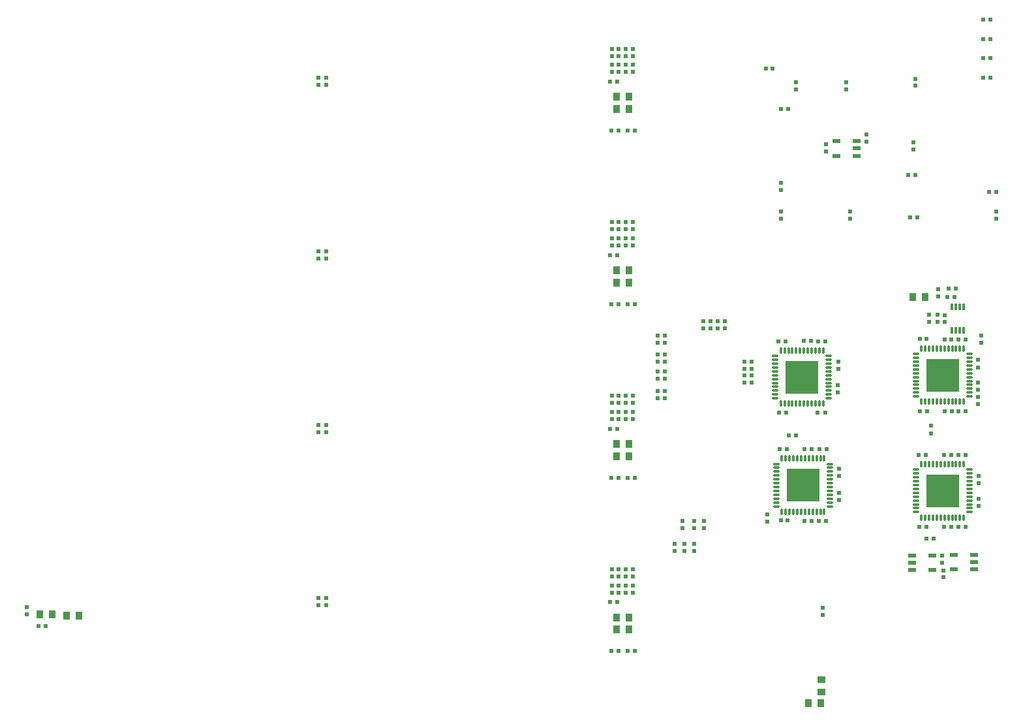
<source format=gbp>
G04 Layer_Color=128*
%FSLAX25Y25*%
%MOIN*%
G70*
G01*
G75*
%ADD11R,0.03543X0.03937*%
%ADD14R,0.02441X0.02284*%
%ADD15R,0.02441X0.02441*%
%ADD19R,0.02284X0.02441*%
%ADD20R,0.03937X0.03543*%
%ADD25R,0.02441X0.02441*%
%ADD27R,0.03740X0.03937*%
%ADD83R,0.01181X0.03347*%
%ADD123O,0.01181X0.03543*%
%ADD124O,0.03543X0.01181*%
%ADD125R,0.16535X0.16535*%
%ADD126R,0.04331X0.02362*%
D11*
X131102Y68898D02*
D03*
X124803D02*
D03*
X503740Y24213D02*
D03*
X510039D02*
D03*
X117323Y69291D02*
D03*
X111024D02*
D03*
D14*
X406791Y80551D02*
D03*
Y84252D02*
D03*
X403248Y80551D02*
D03*
Y84252D02*
D03*
X413878Y80551D02*
D03*
Y84252D02*
D03*
X410335Y80551D02*
D03*
Y84252D02*
D03*
X406791Y88819D02*
D03*
Y92520D02*
D03*
X403248Y88819D02*
D03*
Y92520D02*
D03*
X413878Y88819D02*
D03*
Y92520D02*
D03*
X410335Y88819D02*
D03*
Y92520D02*
D03*
X406791Y169134D02*
D03*
Y172835D02*
D03*
X403248Y169134D02*
D03*
Y172835D02*
D03*
X413878Y169134D02*
D03*
Y172835D02*
D03*
X410335Y169134D02*
D03*
Y172835D02*
D03*
X406791Y177402D02*
D03*
Y181102D02*
D03*
X403248Y177402D02*
D03*
Y181102D02*
D03*
X413878Y177402D02*
D03*
Y181102D02*
D03*
X410335Y177402D02*
D03*
Y181102D02*
D03*
X406791Y346299D02*
D03*
Y350000D02*
D03*
X403248Y346299D02*
D03*
Y350000D02*
D03*
X413878Y346299D02*
D03*
Y350000D02*
D03*
X410335Y346299D02*
D03*
Y350000D02*
D03*
X406791Y354567D02*
D03*
Y358268D02*
D03*
X403248Y354567D02*
D03*
Y358268D02*
D03*
X413878Y354567D02*
D03*
Y358268D02*
D03*
X410335Y354567D02*
D03*
Y358268D02*
D03*
X406791Y265984D02*
D03*
Y269685D02*
D03*
Y257716D02*
D03*
Y261417D02*
D03*
X410335Y265984D02*
D03*
Y269685D02*
D03*
X413878Y265984D02*
D03*
Y269685D02*
D03*
X403248Y265984D02*
D03*
Y269685D02*
D03*
X410335Y257716D02*
D03*
Y261417D02*
D03*
X413878Y257716D02*
D03*
Y261417D02*
D03*
X403248Y257716D02*
D03*
Y261417D02*
D03*
X569882Y231713D02*
D03*
Y235413D02*
D03*
X482677Y120551D02*
D03*
Y116850D02*
D03*
X566240Y161929D02*
D03*
Y165630D02*
D03*
X565354Y222323D02*
D03*
Y218622D02*
D03*
X569685D02*
D03*
Y222323D02*
D03*
X457480Y219173D02*
D03*
Y215472D02*
D03*
X450000Y219173D02*
D03*
Y215472D02*
D03*
X461024Y219173D02*
D03*
Y215472D02*
D03*
X453543Y219173D02*
D03*
Y215472D02*
D03*
X519193Y131378D02*
D03*
Y127677D02*
D03*
Y143780D02*
D03*
Y140079D02*
D03*
X518701Y186398D02*
D03*
Y182697D02*
D03*
X518943Y198499D02*
D03*
Y194798D02*
D03*
X599803Y275079D02*
D03*
Y271378D02*
D03*
X590453Y195591D02*
D03*
Y199291D02*
D03*
X590354Y183976D02*
D03*
Y187677D02*
D03*
X590551Y136535D02*
D03*
Y140236D02*
D03*
Y124724D02*
D03*
Y128425D02*
D03*
X445315Y105354D02*
D03*
Y101654D02*
D03*
X435472D02*
D03*
Y105354D02*
D03*
X440394Y101654D02*
D03*
Y105354D02*
D03*
X450236Y117165D02*
D03*
Y113465D02*
D03*
X445315Y117165D02*
D03*
Y113465D02*
D03*
X439409Y117165D02*
D03*
Y113465D02*
D03*
X592087Y211703D02*
D03*
Y208002D02*
D03*
D15*
X493307Y327362D02*
D03*
X489764D02*
D03*
X555709Y272244D02*
D03*
X559252D02*
D03*
X560532Y210039D02*
D03*
X564075D02*
D03*
X505315Y153740D02*
D03*
X501772D02*
D03*
X505217Y117126D02*
D03*
X501673D02*
D03*
X560039Y150689D02*
D03*
X563583D02*
D03*
X576772Y209842D02*
D03*
X573228D02*
D03*
X505020Y208957D02*
D03*
X501476D02*
D03*
X576968Y173228D02*
D03*
X573425D02*
D03*
X493110Y117323D02*
D03*
X489567D02*
D03*
X492618Y153740D02*
D03*
X489075D02*
D03*
X491929Y208760D02*
D03*
X488386D02*
D03*
X492323Y172343D02*
D03*
X488779D02*
D03*
X573130Y150689D02*
D03*
X576673D02*
D03*
X563976Y114272D02*
D03*
X560433D02*
D03*
X573130Y114075D02*
D03*
X576673D02*
D03*
X564173Y173228D02*
D03*
X560630D02*
D03*
X113976Y63386D02*
D03*
X110433D02*
D03*
X574705Y231398D02*
D03*
X578248D02*
D03*
X558268Y293898D02*
D03*
X554724D02*
D03*
X481890Y348031D02*
D03*
X485433D02*
D03*
D19*
X508779Y208858D02*
D03*
X512480D02*
D03*
X402382Y252854D02*
D03*
X406083D02*
D03*
X402953Y50678D02*
D03*
X406653D02*
D03*
X411221D02*
D03*
X414921D02*
D03*
X402953Y139261D02*
D03*
X406653D02*
D03*
X411221D02*
D03*
X414921D02*
D03*
X402953Y316426D02*
D03*
X406653D02*
D03*
X411221D02*
D03*
X414921D02*
D03*
X402953Y227843D02*
D03*
X406653D02*
D03*
X411221D02*
D03*
X414921D02*
D03*
X253465Y251181D02*
D03*
X257165D02*
D03*
X253465Y254823D02*
D03*
X257165D02*
D03*
X575413Y235728D02*
D03*
X579114D02*
D03*
X563996Y108268D02*
D03*
X567697D02*
D03*
X493548Y160696D02*
D03*
X497249D02*
D03*
X474685Y187795D02*
D03*
X470984D02*
D03*
X474685Y198425D02*
D03*
X470984D02*
D03*
X474685Y191339D02*
D03*
X470984D02*
D03*
X474685Y194882D02*
D03*
X470984D02*
D03*
X426496Y211653D02*
D03*
X430197D02*
D03*
X426496Y208110D02*
D03*
X430197D02*
D03*
X426496Y201969D02*
D03*
X430197D02*
D03*
X426496Y198425D02*
D03*
X430197D02*
D03*
X426496Y193307D02*
D03*
X430197D02*
D03*
X426496Y189764D02*
D03*
X430197D02*
D03*
X426496Y183465D02*
D03*
X430197D02*
D03*
X426496Y179921D02*
D03*
X430197D02*
D03*
X512677Y117224D02*
D03*
X508976D02*
D03*
X509370Y153740D02*
D03*
X513071D02*
D03*
X512185Y172343D02*
D03*
X508484D02*
D03*
X599685Y285039D02*
D03*
X595984D02*
D03*
X583937Y209842D02*
D03*
X580236D02*
D03*
X580433Y173228D02*
D03*
X584134D02*
D03*
X584035Y150787D02*
D03*
X580335D02*
D03*
X580402Y114155D02*
D03*
X584102D02*
D03*
X592953Y343484D02*
D03*
X596654D02*
D03*
X592953Y353327D02*
D03*
X596654D02*
D03*
X592953Y363169D02*
D03*
X596654D02*
D03*
X592953Y373012D02*
D03*
X596654D02*
D03*
X253465Y343406D02*
D03*
X257165D02*
D03*
X253465Y166240D02*
D03*
X257165D02*
D03*
X253465Y77658D02*
D03*
X257165D02*
D03*
X253465Y339764D02*
D03*
X257165D02*
D03*
X253465Y162598D02*
D03*
X257165D02*
D03*
X253465Y74016D02*
D03*
X257165D02*
D03*
X402382Y341437D02*
D03*
X406083D02*
D03*
X402382Y164272D02*
D03*
X406083D02*
D03*
X402382Y75689D02*
D03*
X406083D02*
D03*
D20*
X510236Y29921D02*
D03*
Y36220D02*
D03*
D25*
X104331Y69488D02*
D03*
Y73032D02*
D03*
X497441Y337402D02*
D03*
Y340945D02*
D03*
X523032Y337402D02*
D03*
Y340945D02*
D03*
X489567Y286221D02*
D03*
Y289764D02*
D03*
X557480Y306890D02*
D03*
Y310433D02*
D03*
X558465Y339370D02*
D03*
Y342913D02*
D03*
X571949Y99409D02*
D03*
Y95866D02*
D03*
X590453Y180413D02*
D03*
Y176870D02*
D03*
X572736Y91831D02*
D03*
Y88287D02*
D03*
X525000Y275000D02*
D03*
Y271457D02*
D03*
X510940Y72679D02*
D03*
Y69136D02*
D03*
X573228Y218701D02*
D03*
Y222244D02*
D03*
X533465Y314370D02*
D03*
Y310827D02*
D03*
X512795Y309449D02*
D03*
Y305906D02*
D03*
X489567Y271457D02*
D03*
Y275000D02*
D03*
D27*
X557035Y231335D02*
D03*
X563334D02*
D03*
X411890Y333661D02*
D03*
X405590D02*
D03*
X411890Y245079D02*
D03*
X405590D02*
D03*
X411890Y156496D02*
D03*
X405590D02*
D03*
X411890Y67913D02*
D03*
X405590D02*
D03*
X411890Y327362D02*
D03*
X405590D02*
D03*
X411890Y238779D02*
D03*
X405590D02*
D03*
X411890Y150197D02*
D03*
X405590D02*
D03*
X411890Y61614D02*
D03*
X405590D02*
D03*
D83*
X576968Y226575D02*
D03*
X578937D02*
D03*
X580905D02*
D03*
X582874D02*
D03*
Y214370D02*
D03*
X580905D02*
D03*
X578937D02*
D03*
X576968D02*
D03*
D123*
X509252Y204134D02*
D03*
X511221D02*
D03*
Y176969D02*
D03*
X509252D02*
D03*
X507283D02*
D03*
X505315D02*
D03*
X503346D02*
D03*
X501378D02*
D03*
X499409D02*
D03*
X497441D02*
D03*
X495472D02*
D03*
X493504D02*
D03*
X491535D02*
D03*
X489567D02*
D03*
Y204134D02*
D03*
X491535D02*
D03*
X493504D02*
D03*
X495472D02*
D03*
X497441D02*
D03*
X499409D02*
D03*
X501378D02*
D03*
X503346D02*
D03*
X505315D02*
D03*
X507283D02*
D03*
X511811Y121850D02*
D03*
X509842D02*
D03*
X507874D02*
D03*
X505905D02*
D03*
X503937D02*
D03*
X501968D02*
D03*
X500000D02*
D03*
X498032D02*
D03*
X496063D02*
D03*
X494095D02*
D03*
X492126D02*
D03*
X490158D02*
D03*
Y149016D02*
D03*
X492126D02*
D03*
X494095D02*
D03*
X496063D02*
D03*
X498032D02*
D03*
X500000D02*
D03*
X501968D02*
D03*
X503937D02*
D03*
X505905D02*
D03*
X507874D02*
D03*
X509842D02*
D03*
X511811D02*
D03*
X583071Y205118D02*
D03*
X581102D02*
D03*
X579134D02*
D03*
X577165D02*
D03*
X575197D02*
D03*
X573228D02*
D03*
X571260D02*
D03*
X569291D02*
D03*
X567323D02*
D03*
X565354D02*
D03*
X563386D02*
D03*
X561417D02*
D03*
Y177953D02*
D03*
X563386D02*
D03*
X565354D02*
D03*
X567323D02*
D03*
X569291D02*
D03*
X571260D02*
D03*
X573228D02*
D03*
X575197D02*
D03*
X577165D02*
D03*
X579134D02*
D03*
X581102D02*
D03*
X583071D02*
D03*
Y146063D02*
D03*
X581102D02*
D03*
X579134D02*
D03*
X577165D02*
D03*
X575197D02*
D03*
X573228D02*
D03*
X571260D02*
D03*
X569291D02*
D03*
X567323D02*
D03*
X565354D02*
D03*
X563386D02*
D03*
X561417D02*
D03*
Y118898D02*
D03*
X563386D02*
D03*
X565354D02*
D03*
X567323D02*
D03*
X569291D02*
D03*
X571260D02*
D03*
X573228D02*
D03*
X575197D02*
D03*
X577165D02*
D03*
X579134D02*
D03*
X581102D02*
D03*
X583071D02*
D03*
D124*
X513976Y201378D02*
D03*
Y199409D02*
D03*
Y197441D02*
D03*
Y195472D02*
D03*
Y193504D02*
D03*
Y191535D02*
D03*
Y189567D02*
D03*
Y187598D02*
D03*
Y185630D02*
D03*
Y183661D02*
D03*
Y181693D02*
D03*
Y179724D02*
D03*
X486811D02*
D03*
Y181693D02*
D03*
Y183661D02*
D03*
Y185630D02*
D03*
Y187598D02*
D03*
Y189567D02*
D03*
Y191535D02*
D03*
Y193504D02*
D03*
Y195472D02*
D03*
Y197441D02*
D03*
Y199409D02*
D03*
Y201378D02*
D03*
X514567Y146260D02*
D03*
Y144291D02*
D03*
Y142323D02*
D03*
Y140354D02*
D03*
Y138386D02*
D03*
Y136417D02*
D03*
Y134449D02*
D03*
Y132480D02*
D03*
Y130512D02*
D03*
Y128543D02*
D03*
Y126575D02*
D03*
Y124606D02*
D03*
X487402D02*
D03*
Y126575D02*
D03*
Y128543D02*
D03*
Y130512D02*
D03*
Y132480D02*
D03*
Y134449D02*
D03*
Y136417D02*
D03*
Y138386D02*
D03*
Y140354D02*
D03*
Y142323D02*
D03*
Y144291D02*
D03*
Y146260D02*
D03*
X558661Y202362D02*
D03*
Y200394D02*
D03*
Y198425D02*
D03*
Y196457D02*
D03*
Y194488D02*
D03*
Y192520D02*
D03*
Y190551D02*
D03*
Y188583D02*
D03*
Y186614D02*
D03*
Y184646D02*
D03*
Y182677D02*
D03*
Y180709D02*
D03*
X585827D02*
D03*
Y182677D02*
D03*
Y184646D02*
D03*
Y186614D02*
D03*
Y188583D02*
D03*
Y190551D02*
D03*
Y192520D02*
D03*
Y194488D02*
D03*
Y196457D02*
D03*
Y198425D02*
D03*
Y200394D02*
D03*
Y202362D02*
D03*
X558661Y143307D02*
D03*
Y141339D02*
D03*
Y139370D02*
D03*
Y137402D02*
D03*
Y135433D02*
D03*
Y133465D02*
D03*
Y131496D02*
D03*
Y129527D02*
D03*
Y127559D02*
D03*
Y125591D02*
D03*
Y123622D02*
D03*
Y121653D02*
D03*
X585827D02*
D03*
Y123622D02*
D03*
Y125591D02*
D03*
Y127559D02*
D03*
Y129527D02*
D03*
Y131496D02*
D03*
Y133465D02*
D03*
Y135433D02*
D03*
Y137402D02*
D03*
Y139370D02*
D03*
Y141339D02*
D03*
Y143307D02*
D03*
D125*
X500394Y190551D02*
D03*
X500984Y135433D02*
D03*
X572244Y191535D02*
D03*
Y132480D02*
D03*
D126*
X566831Y92027D02*
D03*
Y99508D02*
D03*
X556595D02*
D03*
Y95768D02*
D03*
Y92027D02*
D03*
X588189Y99902D02*
D03*
Y96161D02*
D03*
Y92421D02*
D03*
X577953D02*
D03*
Y99902D02*
D03*
X528307Y311034D02*
D03*
Y307294D02*
D03*
Y303554D02*
D03*
X518071D02*
D03*
Y311034D02*
D03*
M02*

</source>
